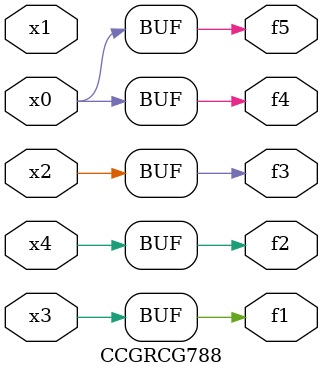
<source format=v>
module CCGRCG788(
	input x0, x1, x2, x3, x4,
	output f1, f2, f3, f4, f5
);
	assign f1 = x3;
	assign f2 = x4;
	assign f3 = x2;
	assign f4 = x0;
	assign f5 = x0;
endmodule

</source>
